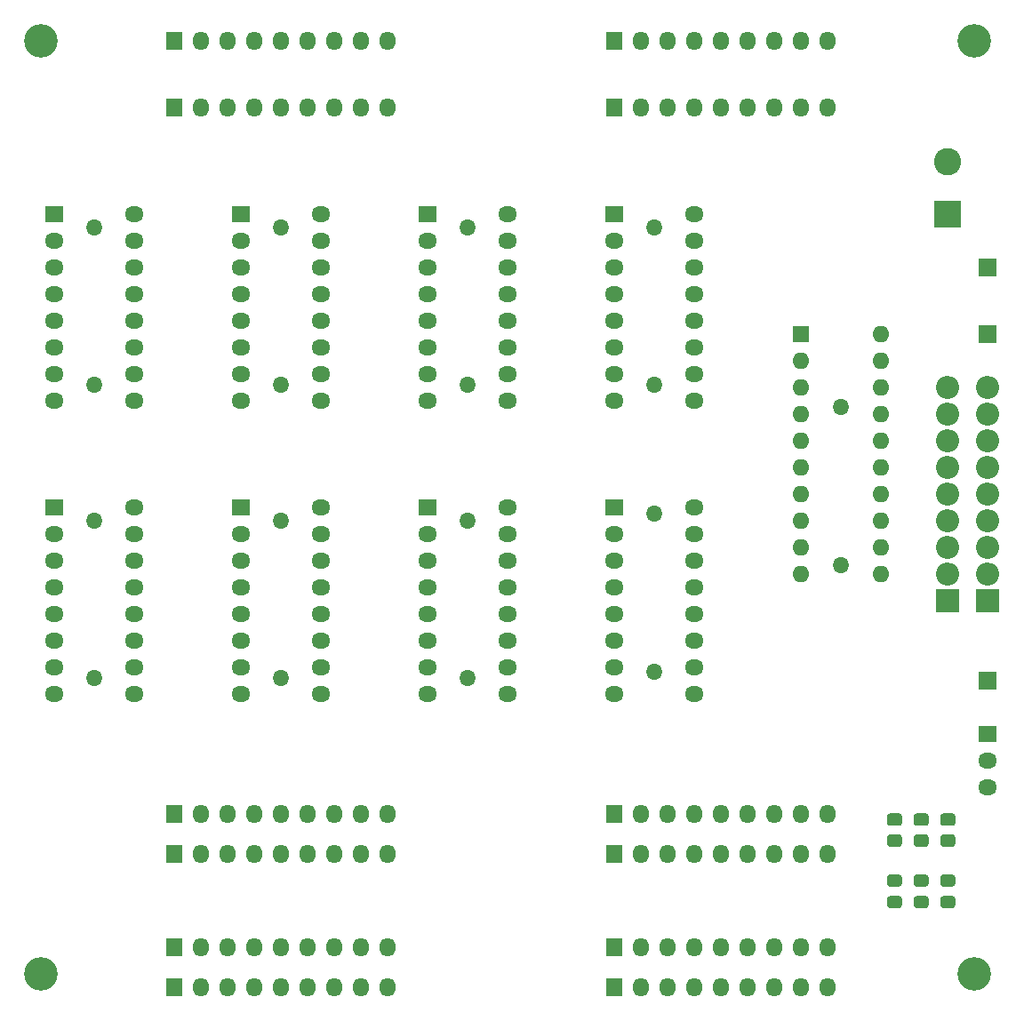
<source format=gbr>
%TF.GenerationSoftware,KiCad,Pcbnew,(5.1.8)-1*%
%TF.CreationDate,2023-08-11T23:22:34+03:00*%
%TF.ProjectId,MUX8x1-v5,4d555838-7831-42d7-9635-2e6b69636164,rev?*%
%TF.SameCoordinates,Original*%
%TF.FileFunction,Soldermask,Top*%
%TF.FilePolarity,Negative*%
%FSLAX46Y46*%
G04 Gerber Fmt 4.6, Leading zero omitted, Abs format (unit mm)*
G04 Created by KiCad (PCBNEW (5.1.8)-1) date 2023-08-11 23:22:34*
%MOMM*%
%LPD*%
G01*
G04 APERTURE LIST*
%ADD10R,1.700000X1.700000*%
%ADD11O,1.500000X1.600000*%
%ADD12O,1.600000X1.600000*%
%ADD13R,1.600000X1.600000*%
%ADD14O,2.200000X2.200000*%
%ADD15R,2.200000X2.200000*%
%ADD16O,1.500000X1.800000*%
%ADD17R,1.500000X1.800000*%
%ADD18O,1.800000X1.500000*%
%ADD19R,1.800000X1.500000*%
%ADD20C,2.600000*%
%ADD21R,2.600000X2.600000*%
%ADD22C,3.200000*%
G04 APERTURE END LIST*
D10*
%TO.C,J13*%
X151130000Y-104140000D03*
%TD*%
%TO.C,R6*%
G36*
G01*
X142690001Y-117980000D02*
X141789999Y-117980000D01*
G75*
G02*
X141540000Y-117730001I0J249999D01*
G01*
X141540000Y-117029999D01*
G75*
G02*
X141789999Y-116780000I249999J0D01*
G01*
X142690001Y-116780000D01*
G75*
G02*
X142940000Y-117029999I0J-249999D01*
G01*
X142940000Y-117730001D01*
G75*
G02*
X142690001Y-117980000I-249999J0D01*
G01*
G37*
G36*
G01*
X142690001Y-119980000D02*
X141789999Y-119980000D01*
G75*
G02*
X141540000Y-119730001I0J249999D01*
G01*
X141540000Y-119029999D01*
G75*
G02*
X141789999Y-118780000I249999J0D01*
G01*
X142690001Y-118780000D01*
G75*
G02*
X142940000Y-119029999I0J-249999D01*
G01*
X142940000Y-119730001D01*
G75*
G02*
X142690001Y-119980000I-249999J0D01*
G01*
G37*
%TD*%
%TO.C,R5*%
G36*
G01*
X145230001Y-117980000D02*
X144329999Y-117980000D01*
G75*
G02*
X144080000Y-117730001I0J249999D01*
G01*
X144080000Y-117029999D01*
G75*
G02*
X144329999Y-116780000I249999J0D01*
G01*
X145230001Y-116780000D01*
G75*
G02*
X145480000Y-117029999I0J-249999D01*
G01*
X145480000Y-117730001D01*
G75*
G02*
X145230001Y-117980000I-249999J0D01*
G01*
G37*
G36*
G01*
X145230001Y-119980000D02*
X144329999Y-119980000D01*
G75*
G02*
X144080000Y-119730001I0J249999D01*
G01*
X144080000Y-119029999D01*
G75*
G02*
X144329999Y-118780000I249999J0D01*
G01*
X145230001Y-118780000D01*
G75*
G02*
X145480000Y-119029999I0J-249999D01*
G01*
X145480000Y-119730001D01*
G75*
G02*
X145230001Y-119980000I-249999J0D01*
G01*
G37*
%TD*%
%TO.C,R4*%
G36*
G01*
X147770001Y-117980000D02*
X146869999Y-117980000D01*
G75*
G02*
X146620000Y-117730001I0J249999D01*
G01*
X146620000Y-117029999D01*
G75*
G02*
X146869999Y-116780000I249999J0D01*
G01*
X147770001Y-116780000D01*
G75*
G02*
X148020000Y-117029999I0J-249999D01*
G01*
X148020000Y-117730001D01*
G75*
G02*
X147770001Y-117980000I-249999J0D01*
G01*
G37*
G36*
G01*
X147770001Y-119980000D02*
X146869999Y-119980000D01*
G75*
G02*
X146620000Y-119730001I0J249999D01*
G01*
X146620000Y-119029999D01*
G75*
G02*
X146869999Y-118780000I249999J0D01*
G01*
X147770001Y-118780000D01*
G75*
G02*
X148020000Y-119029999I0J-249999D01*
G01*
X148020000Y-119730001D01*
G75*
G02*
X147770001Y-119980000I-249999J0D01*
G01*
G37*
%TD*%
%TO.C,D3*%
G36*
G01*
X142690001Y-123765000D02*
X141789999Y-123765000D01*
G75*
G02*
X141540000Y-123515001I0J249999D01*
G01*
X141540000Y-122864999D01*
G75*
G02*
X141789999Y-122615000I249999J0D01*
G01*
X142690001Y-122615000D01*
G75*
G02*
X142940000Y-122864999I0J-249999D01*
G01*
X142940000Y-123515001D01*
G75*
G02*
X142690001Y-123765000I-249999J0D01*
G01*
G37*
G36*
G01*
X142690001Y-125815000D02*
X141789999Y-125815000D01*
G75*
G02*
X141540000Y-125565001I0J249999D01*
G01*
X141540000Y-124914999D01*
G75*
G02*
X141789999Y-124665000I249999J0D01*
G01*
X142690001Y-124665000D01*
G75*
G02*
X142940000Y-124914999I0J-249999D01*
G01*
X142940000Y-125565001D01*
G75*
G02*
X142690001Y-125815000I-249999J0D01*
G01*
G37*
%TD*%
%TO.C,D2*%
G36*
G01*
X145230001Y-123765000D02*
X144329999Y-123765000D01*
G75*
G02*
X144080000Y-123515001I0J249999D01*
G01*
X144080000Y-122864999D01*
G75*
G02*
X144329999Y-122615000I249999J0D01*
G01*
X145230001Y-122615000D01*
G75*
G02*
X145480000Y-122864999I0J-249999D01*
G01*
X145480000Y-123515001D01*
G75*
G02*
X145230001Y-123765000I-249999J0D01*
G01*
G37*
G36*
G01*
X145230001Y-125815000D02*
X144329999Y-125815000D01*
G75*
G02*
X144080000Y-125565001I0J249999D01*
G01*
X144080000Y-124914999D01*
G75*
G02*
X144329999Y-124665000I249999J0D01*
G01*
X145230001Y-124665000D01*
G75*
G02*
X145480000Y-124914999I0J-249999D01*
G01*
X145480000Y-125565001D01*
G75*
G02*
X145230001Y-125815000I-249999J0D01*
G01*
G37*
%TD*%
%TO.C,D1*%
G36*
G01*
X147770001Y-123765000D02*
X146869999Y-123765000D01*
G75*
G02*
X146620000Y-123515001I0J249999D01*
G01*
X146620000Y-122864999D01*
G75*
G02*
X146869999Y-122615000I249999J0D01*
G01*
X147770001Y-122615000D01*
G75*
G02*
X148020000Y-122864999I0J-249999D01*
G01*
X148020000Y-123515001D01*
G75*
G02*
X147770001Y-123765000I-249999J0D01*
G01*
G37*
G36*
G01*
X147770001Y-125815000D02*
X146869999Y-125815000D01*
G75*
G02*
X146620000Y-125565001I0J249999D01*
G01*
X146620000Y-124914999D01*
G75*
G02*
X146869999Y-124665000I249999J0D01*
G01*
X147770001Y-124665000D01*
G75*
G02*
X148020000Y-124914999I0J-249999D01*
G01*
X148020000Y-125565001D01*
G75*
G02*
X147770001Y-125815000I-249999J0D01*
G01*
G37*
%TD*%
D11*
%TO.C,C9*%
X137160000Y-93105000D03*
X137160000Y-78105000D03*
%TD*%
D12*
%TO.C,U9*%
X140970000Y-71120000D03*
X133350000Y-93980000D03*
X140970000Y-73660000D03*
X133350000Y-91440000D03*
X140970000Y-76200000D03*
X133350000Y-88900000D03*
X140970000Y-78740000D03*
X133350000Y-86360000D03*
X140970000Y-81280000D03*
X133350000Y-83820000D03*
X140970000Y-83820000D03*
X133350000Y-81280000D03*
X140970000Y-86360000D03*
X133350000Y-78740000D03*
X140970000Y-88900000D03*
X133350000Y-76200000D03*
X140970000Y-91440000D03*
X133350000Y-73660000D03*
X140970000Y-93980000D03*
D13*
X133350000Y-71120000D03*
%TD*%
D10*
%TO.C,J7*%
X151130000Y-71120000D03*
%TD*%
D14*
%TO.C,J3*%
X147320000Y-76200000D03*
X147320000Y-78740000D03*
X147320000Y-81280000D03*
X147320000Y-83820000D03*
X147320000Y-86360000D03*
X147320000Y-88900000D03*
X147320000Y-91440000D03*
X147320000Y-93980000D03*
D15*
X147320000Y-96520000D03*
%TD*%
D14*
%TO.C,J21*%
X151130000Y-76200000D03*
X151130000Y-78740000D03*
X151130000Y-81280000D03*
X151130000Y-83820000D03*
X151130000Y-86360000D03*
X151130000Y-88900000D03*
X151130000Y-91440000D03*
X151130000Y-93980000D03*
D15*
X151130000Y-96520000D03*
%TD*%
D16*
%TO.C,J18*%
X93980000Y-129540000D03*
X91440000Y-129540000D03*
X88900000Y-129540000D03*
X86360000Y-129540000D03*
X83820000Y-129540000D03*
X81280000Y-129540000D03*
X78740000Y-129540000D03*
X76200000Y-129540000D03*
D17*
X73660000Y-129540000D03*
%TD*%
D16*
%TO.C,J16*%
X93980000Y-133350000D03*
X91440000Y-133350000D03*
X88900000Y-133350000D03*
X86360000Y-133350000D03*
X83820000Y-133350000D03*
X81280000Y-133350000D03*
X78740000Y-133350000D03*
X76200000Y-133350000D03*
D17*
X73660000Y-133350000D03*
%TD*%
D16*
%TO.C,J15*%
X93980000Y-49530000D03*
X91440000Y-49530000D03*
X88900000Y-49530000D03*
X86360000Y-49530000D03*
X83820000Y-49530000D03*
X81280000Y-49530000D03*
X78740000Y-49530000D03*
X76200000Y-49530000D03*
D17*
X73660000Y-49530000D03*
%TD*%
D16*
%TO.C,J14*%
X135890000Y-133350000D03*
X133350000Y-133350000D03*
X130810000Y-133350000D03*
X128270000Y-133350000D03*
X125730000Y-133350000D03*
X123190000Y-133350000D03*
X120650000Y-133350000D03*
X118110000Y-133350000D03*
D17*
X115570000Y-133350000D03*
%TD*%
D16*
%TO.C,J12*%
X135890000Y-129540000D03*
X133350000Y-129540000D03*
X130810000Y-129540000D03*
X128270000Y-129540000D03*
X125730000Y-129540000D03*
X123190000Y-129540000D03*
X120650000Y-129540000D03*
X118110000Y-129540000D03*
D17*
X115570000Y-129540000D03*
%TD*%
D16*
%TO.C,J11*%
X135890000Y-49530000D03*
X133350000Y-49530000D03*
X130810000Y-49530000D03*
X128270000Y-49530000D03*
X125730000Y-49530000D03*
X123190000Y-49530000D03*
X120650000Y-49530000D03*
X118110000Y-49530000D03*
D17*
X115570000Y-49530000D03*
%TD*%
D16*
%TO.C,J8*%
X93980000Y-116880000D03*
X91440000Y-116880000D03*
X88900000Y-116880000D03*
X86360000Y-116880000D03*
X83820000Y-116880000D03*
X81280000Y-116880000D03*
X78740000Y-116880000D03*
X76200000Y-116880000D03*
D17*
X73660000Y-116880000D03*
%TD*%
D16*
%TO.C,J6*%
X93980000Y-120650000D03*
X91440000Y-120650000D03*
X88900000Y-120650000D03*
X86360000Y-120650000D03*
X83820000Y-120650000D03*
X81280000Y-120650000D03*
X78740000Y-120650000D03*
X76200000Y-120650000D03*
D17*
X73660000Y-120650000D03*
%TD*%
D16*
%TO.C,J5*%
X93980000Y-43180000D03*
X91440000Y-43180000D03*
X88900000Y-43180000D03*
X86360000Y-43180000D03*
X83820000Y-43180000D03*
X81280000Y-43180000D03*
X78740000Y-43180000D03*
X76200000Y-43180000D03*
D17*
X73660000Y-43180000D03*
%TD*%
D16*
%TO.C,J4*%
X135890000Y-116840000D03*
X133350000Y-116840000D03*
X130810000Y-116840000D03*
X128270000Y-116840000D03*
X125730000Y-116840000D03*
X123190000Y-116840000D03*
X120650000Y-116840000D03*
X118110000Y-116840000D03*
D17*
X115570000Y-116840000D03*
%TD*%
D16*
%TO.C,J2*%
X135890000Y-120650000D03*
X133350000Y-120650000D03*
X130810000Y-120650000D03*
X128270000Y-120650000D03*
X125730000Y-120650000D03*
X123190000Y-120650000D03*
X120650000Y-120650000D03*
X118110000Y-120650000D03*
D17*
X115570000Y-120650000D03*
%TD*%
D16*
%TO.C,J1*%
X135890000Y-43180000D03*
X133350000Y-43180000D03*
X130810000Y-43180000D03*
X128270000Y-43180000D03*
X125730000Y-43180000D03*
X123190000Y-43180000D03*
X120650000Y-43180000D03*
X118110000Y-43180000D03*
D17*
X115570000Y-43180000D03*
%TD*%
D11*
%TO.C,C8*%
X119380000Y-75960000D03*
X119380000Y-60960000D03*
%TD*%
%TO.C,C7*%
X101600000Y-75960000D03*
X101600000Y-60960000D03*
%TD*%
%TO.C,C6*%
X83820000Y-75960000D03*
X83820000Y-60960000D03*
%TD*%
%TO.C,C5*%
X66040000Y-75960000D03*
X66040000Y-60960000D03*
%TD*%
%TO.C,C4*%
X119380000Y-103265000D03*
X119380000Y-88265000D03*
%TD*%
%TO.C,C3*%
X101600000Y-103900000D03*
X101600000Y-88900000D03*
%TD*%
%TO.C,C2*%
X83820000Y-103900000D03*
X83820000Y-88900000D03*
%TD*%
%TO.C,C1*%
X66040000Y-103900000D03*
X66040000Y-88900000D03*
%TD*%
D18*
%TO.C,U8*%
X123190000Y-59690000D03*
X115570000Y-77470000D03*
X123190000Y-62230000D03*
X115570000Y-74930000D03*
X123190000Y-64770000D03*
X115570000Y-72390000D03*
X123190000Y-67310000D03*
X115570000Y-69850000D03*
X123190000Y-69850000D03*
X115570000Y-67310000D03*
X123190000Y-72390000D03*
X115570000Y-64770000D03*
X123190000Y-74930000D03*
X115570000Y-62230000D03*
X123190000Y-77470000D03*
D19*
X115570000Y-59690000D03*
%TD*%
D18*
%TO.C,U7*%
X105410000Y-59690000D03*
X97790000Y-77470000D03*
X105410000Y-62230000D03*
X97790000Y-74930000D03*
X105410000Y-64770000D03*
X97790000Y-72390000D03*
X105410000Y-67310000D03*
X97790000Y-69850000D03*
X105410000Y-69850000D03*
X97790000Y-67310000D03*
X105410000Y-72390000D03*
X97790000Y-64770000D03*
X105410000Y-74930000D03*
X97790000Y-62230000D03*
X105410000Y-77470000D03*
D19*
X97790000Y-59690000D03*
%TD*%
D18*
%TO.C,U6*%
X87630000Y-59690000D03*
X80010000Y-77470000D03*
X87630000Y-62230000D03*
X80010000Y-74930000D03*
X87630000Y-64770000D03*
X80010000Y-72390000D03*
X87630000Y-67310000D03*
X80010000Y-69850000D03*
X87630000Y-69850000D03*
X80010000Y-67310000D03*
X87630000Y-72390000D03*
X80010000Y-64770000D03*
X87630000Y-74930000D03*
X80010000Y-62230000D03*
X87630000Y-77470000D03*
D19*
X80010000Y-59690000D03*
%TD*%
D18*
%TO.C,U5*%
X69850000Y-59690000D03*
X62230000Y-77470000D03*
X69850000Y-62230000D03*
X62230000Y-74930000D03*
X69850000Y-64770000D03*
X62230000Y-72390000D03*
X69850000Y-67310000D03*
X62230000Y-69850000D03*
X69850000Y-69850000D03*
X62230000Y-67310000D03*
X69850000Y-72390000D03*
X62230000Y-64770000D03*
X69850000Y-74930000D03*
X62230000Y-62230000D03*
X69850000Y-77470000D03*
D19*
X62230000Y-59690000D03*
%TD*%
D18*
%TO.C,U4*%
X123190000Y-87630000D03*
X115570000Y-105410000D03*
X123190000Y-90170000D03*
X115570000Y-102870000D03*
X123190000Y-92710000D03*
X115570000Y-100330000D03*
X123190000Y-95250000D03*
X115570000Y-97790000D03*
X123190000Y-97790000D03*
X115570000Y-95250000D03*
X123190000Y-100330000D03*
X115570000Y-92710000D03*
X123190000Y-102870000D03*
X115570000Y-90170000D03*
X123190000Y-105410000D03*
D19*
X115570000Y-87630000D03*
%TD*%
D18*
%TO.C,U3*%
X105410000Y-87630000D03*
X97790000Y-105410000D03*
X105410000Y-90170000D03*
X97790000Y-102870000D03*
X105410000Y-92710000D03*
X97790000Y-100330000D03*
X105410000Y-95250000D03*
X97790000Y-97790000D03*
X105410000Y-97790000D03*
X97790000Y-95250000D03*
X105410000Y-100330000D03*
X97790000Y-92710000D03*
X105410000Y-102870000D03*
X97790000Y-90170000D03*
X105410000Y-105410000D03*
D19*
X97790000Y-87630000D03*
%TD*%
D18*
%TO.C,U2*%
X87630000Y-87630000D03*
X80010000Y-105410000D03*
X87630000Y-90170000D03*
X80010000Y-102870000D03*
X87630000Y-92710000D03*
X80010000Y-100330000D03*
X87630000Y-95250000D03*
X80010000Y-97790000D03*
X87630000Y-97790000D03*
X80010000Y-95250000D03*
X87630000Y-100330000D03*
X80010000Y-92710000D03*
X87630000Y-102870000D03*
X80010000Y-90170000D03*
X87630000Y-105410000D03*
D19*
X80010000Y-87630000D03*
%TD*%
D18*
%TO.C,U1*%
X69850000Y-87630000D03*
X62230000Y-105410000D03*
X69850000Y-90170000D03*
X62230000Y-102870000D03*
X69850000Y-92710000D03*
X62230000Y-100330000D03*
X69850000Y-95250000D03*
X62230000Y-97790000D03*
X69850000Y-97790000D03*
X62230000Y-95250000D03*
X69850000Y-100330000D03*
X62230000Y-92710000D03*
X69850000Y-102870000D03*
X62230000Y-90170000D03*
X69850000Y-105410000D03*
D19*
X62230000Y-87630000D03*
%TD*%
D10*
%TO.C,J20*%
X151130000Y-64770000D03*
%TD*%
D18*
%TO.C,J10*%
X151130000Y-114300000D03*
X151130000Y-111760000D03*
D19*
X151130000Y-109220000D03*
%TD*%
D20*
%TO.C,J9*%
X147320000Y-54690000D03*
D21*
X147320000Y-59690000D03*
%TD*%
D22*
%TO.C,H4*%
X149860000Y-132080000D03*
%TD*%
%TO.C,H3*%
X149860000Y-43180000D03*
%TD*%
%TO.C,H2*%
X60960000Y-132080000D03*
%TD*%
%TO.C,H1*%
X60960000Y-43180000D03*
%TD*%
M02*

</source>
